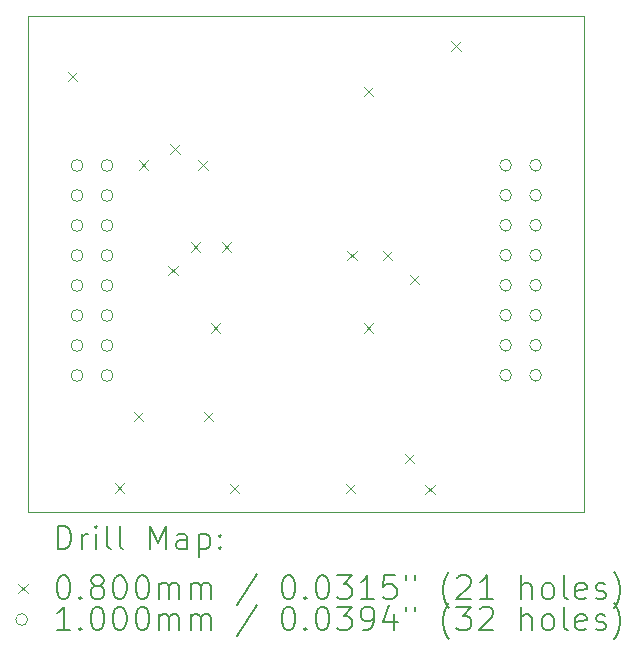
<source format=gbr>
%FSLAX45Y45*%
G04 Gerber Fmt 4.5, Leading zero omitted, Abs format (unit mm)*
G04 Created by KiCad (PCBNEW (6.0.6)) date 2023-08-29 14:37:22*
%MOMM*%
%LPD*%
G01*
G04 APERTURE LIST*
%TA.AperFunction,Profile*%
%ADD10C,0.100000*%
%TD*%
%ADD11C,0.200000*%
%ADD12C,0.080000*%
%ADD13C,0.100000*%
G04 APERTURE END LIST*
D10*
X9237500Y-2285000D02*
X13942500Y-2285000D01*
X13942500Y-2285000D02*
X13942500Y-6485000D01*
X13942500Y-6485000D02*
X9237500Y-6485000D01*
X9237500Y-6485000D02*
X9237500Y-2285000D01*
D11*
D12*
X9575000Y-2755000D02*
X9655000Y-2835000D01*
X9655000Y-2755000D02*
X9575000Y-2835000D01*
X9969000Y-6241000D02*
X10049000Y-6321000D01*
X10049000Y-6241000D02*
X9969000Y-6321000D01*
X10130000Y-5635000D02*
X10210000Y-5715000D01*
X10210000Y-5635000D02*
X10130000Y-5715000D01*
X10175000Y-3505000D02*
X10255000Y-3585000D01*
X10255000Y-3505000D02*
X10175000Y-3585000D01*
X10424000Y-4400000D02*
X10504000Y-4480000D01*
X10504000Y-4400000D02*
X10424000Y-4480000D01*
X10440000Y-3370000D02*
X10520000Y-3450000D01*
X10520000Y-3370000D02*
X10440000Y-3450000D01*
X10615000Y-4200000D02*
X10695000Y-4280000D01*
X10695000Y-4200000D02*
X10615000Y-4280000D01*
X10676000Y-3504000D02*
X10756000Y-3584000D01*
X10756000Y-3504000D02*
X10676000Y-3584000D01*
X10726000Y-5634000D02*
X10806000Y-5714000D01*
X10806000Y-5634000D02*
X10726000Y-5714000D01*
X10785000Y-4885000D02*
X10865000Y-4965000D01*
X10865000Y-4885000D02*
X10785000Y-4965000D01*
X10875000Y-4199000D02*
X10955000Y-4279000D01*
X10955000Y-4199000D02*
X10875000Y-4279000D01*
X10946000Y-6246000D02*
X11026000Y-6326000D01*
X11026000Y-6246000D02*
X10946000Y-6326000D01*
X11926000Y-6246000D02*
X12006000Y-6326000D01*
X12006000Y-6246000D02*
X11926000Y-6326000D01*
X11941000Y-4273000D02*
X12021000Y-4353000D01*
X12021000Y-4273000D02*
X11941000Y-4353000D01*
X12080000Y-2885000D02*
X12160000Y-2965000D01*
X12160000Y-2885000D02*
X12080000Y-2965000D01*
X12080000Y-4885000D02*
X12160000Y-4965000D01*
X12160000Y-4885000D02*
X12080000Y-4965000D01*
X12241000Y-4273000D02*
X12321000Y-4353000D01*
X12321000Y-4273000D02*
X12241000Y-4353000D01*
X12427000Y-5991000D02*
X12507000Y-6071000D01*
X12507000Y-5991000D02*
X12427000Y-6071000D01*
X12468000Y-4474000D02*
X12548000Y-4554000D01*
X12548000Y-4474000D02*
X12468000Y-4554000D01*
X12598000Y-6253000D02*
X12678000Y-6333000D01*
X12678000Y-6253000D02*
X12598000Y-6333000D01*
X12820000Y-2498000D02*
X12900000Y-2578000D01*
X12900000Y-2498000D02*
X12820000Y-2578000D01*
D13*
X9701000Y-3549500D02*
G75*
G03*
X9701000Y-3549500I-50000J0D01*
G01*
X9701000Y-3803500D02*
G75*
G03*
X9701000Y-3803500I-50000J0D01*
G01*
X9701000Y-4057500D02*
G75*
G03*
X9701000Y-4057500I-50000J0D01*
G01*
X9701000Y-4311500D02*
G75*
G03*
X9701000Y-4311500I-50000J0D01*
G01*
X9701000Y-4565500D02*
G75*
G03*
X9701000Y-4565500I-50000J0D01*
G01*
X9701000Y-4819500D02*
G75*
G03*
X9701000Y-4819500I-50000J0D01*
G01*
X9701000Y-5073500D02*
G75*
G03*
X9701000Y-5073500I-50000J0D01*
G01*
X9701000Y-5327500D02*
G75*
G03*
X9701000Y-5327500I-50000J0D01*
G01*
X9955000Y-3549500D02*
G75*
G03*
X9955000Y-3549500I-50000J0D01*
G01*
X9955000Y-3803500D02*
G75*
G03*
X9955000Y-3803500I-50000J0D01*
G01*
X9955000Y-4057500D02*
G75*
G03*
X9955000Y-4057500I-50000J0D01*
G01*
X9955000Y-4311500D02*
G75*
G03*
X9955000Y-4311500I-50000J0D01*
G01*
X9955000Y-4565500D02*
G75*
G03*
X9955000Y-4565500I-50000J0D01*
G01*
X9955000Y-4819500D02*
G75*
G03*
X9955000Y-4819500I-50000J0D01*
G01*
X9955000Y-5073500D02*
G75*
G03*
X9955000Y-5073500I-50000J0D01*
G01*
X9955000Y-5327500D02*
G75*
G03*
X9955000Y-5327500I-50000J0D01*
G01*
X13330000Y-3547500D02*
G75*
G03*
X13330000Y-3547500I-50000J0D01*
G01*
X13330000Y-3801500D02*
G75*
G03*
X13330000Y-3801500I-50000J0D01*
G01*
X13330000Y-4055500D02*
G75*
G03*
X13330000Y-4055500I-50000J0D01*
G01*
X13330000Y-4309500D02*
G75*
G03*
X13330000Y-4309500I-50000J0D01*
G01*
X13330000Y-4563500D02*
G75*
G03*
X13330000Y-4563500I-50000J0D01*
G01*
X13330000Y-4817500D02*
G75*
G03*
X13330000Y-4817500I-50000J0D01*
G01*
X13330000Y-5071500D02*
G75*
G03*
X13330000Y-5071500I-50000J0D01*
G01*
X13330000Y-5325500D02*
G75*
G03*
X13330000Y-5325500I-50000J0D01*
G01*
X13584000Y-3547500D02*
G75*
G03*
X13584000Y-3547500I-50000J0D01*
G01*
X13584000Y-3801500D02*
G75*
G03*
X13584000Y-3801500I-50000J0D01*
G01*
X13584000Y-4055500D02*
G75*
G03*
X13584000Y-4055500I-50000J0D01*
G01*
X13584000Y-4309500D02*
G75*
G03*
X13584000Y-4309500I-50000J0D01*
G01*
X13584000Y-4563500D02*
G75*
G03*
X13584000Y-4563500I-50000J0D01*
G01*
X13584000Y-4817500D02*
G75*
G03*
X13584000Y-4817500I-50000J0D01*
G01*
X13584000Y-5071500D02*
G75*
G03*
X13584000Y-5071500I-50000J0D01*
G01*
X13584000Y-5325500D02*
G75*
G03*
X13584000Y-5325500I-50000J0D01*
G01*
D11*
X9490119Y-6800476D02*
X9490119Y-6600476D01*
X9537738Y-6600476D01*
X9566310Y-6610000D01*
X9585357Y-6629048D01*
X9594881Y-6648095D01*
X9604405Y-6686190D01*
X9604405Y-6714762D01*
X9594881Y-6752857D01*
X9585357Y-6771905D01*
X9566310Y-6790952D01*
X9537738Y-6800476D01*
X9490119Y-6800476D01*
X9690119Y-6800476D02*
X9690119Y-6667143D01*
X9690119Y-6705238D02*
X9699643Y-6686190D01*
X9709167Y-6676667D01*
X9728214Y-6667143D01*
X9747262Y-6667143D01*
X9813929Y-6800476D02*
X9813929Y-6667143D01*
X9813929Y-6600476D02*
X9804405Y-6610000D01*
X9813929Y-6619524D01*
X9823452Y-6610000D01*
X9813929Y-6600476D01*
X9813929Y-6619524D01*
X9937738Y-6800476D02*
X9918690Y-6790952D01*
X9909167Y-6771905D01*
X9909167Y-6600476D01*
X10042500Y-6800476D02*
X10023452Y-6790952D01*
X10013929Y-6771905D01*
X10013929Y-6600476D01*
X10271071Y-6800476D02*
X10271071Y-6600476D01*
X10337738Y-6743333D01*
X10404405Y-6600476D01*
X10404405Y-6800476D01*
X10585357Y-6800476D02*
X10585357Y-6695714D01*
X10575833Y-6676667D01*
X10556786Y-6667143D01*
X10518690Y-6667143D01*
X10499643Y-6676667D01*
X10585357Y-6790952D02*
X10566310Y-6800476D01*
X10518690Y-6800476D01*
X10499643Y-6790952D01*
X10490119Y-6771905D01*
X10490119Y-6752857D01*
X10499643Y-6733809D01*
X10518690Y-6724286D01*
X10566310Y-6724286D01*
X10585357Y-6714762D01*
X10680595Y-6667143D02*
X10680595Y-6867143D01*
X10680595Y-6676667D02*
X10699643Y-6667143D01*
X10737738Y-6667143D01*
X10756786Y-6676667D01*
X10766310Y-6686190D01*
X10775833Y-6705238D01*
X10775833Y-6762381D01*
X10766310Y-6781428D01*
X10756786Y-6790952D01*
X10737738Y-6800476D01*
X10699643Y-6800476D01*
X10680595Y-6790952D01*
X10861548Y-6781428D02*
X10871071Y-6790952D01*
X10861548Y-6800476D01*
X10852024Y-6790952D01*
X10861548Y-6781428D01*
X10861548Y-6800476D01*
X10861548Y-6676667D02*
X10871071Y-6686190D01*
X10861548Y-6695714D01*
X10852024Y-6686190D01*
X10861548Y-6676667D01*
X10861548Y-6695714D01*
D12*
X9152500Y-7090000D02*
X9232500Y-7170000D01*
X9232500Y-7090000D02*
X9152500Y-7170000D01*
D11*
X9528214Y-7020476D02*
X9547262Y-7020476D01*
X9566310Y-7030000D01*
X9575833Y-7039524D01*
X9585357Y-7058571D01*
X9594881Y-7096667D01*
X9594881Y-7144286D01*
X9585357Y-7182381D01*
X9575833Y-7201428D01*
X9566310Y-7210952D01*
X9547262Y-7220476D01*
X9528214Y-7220476D01*
X9509167Y-7210952D01*
X9499643Y-7201428D01*
X9490119Y-7182381D01*
X9480595Y-7144286D01*
X9480595Y-7096667D01*
X9490119Y-7058571D01*
X9499643Y-7039524D01*
X9509167Y-7030000D01*
X9528214Y-7020476D01*
X9680595Y-7201428D02*
X9690119Y-7210952D01*
X9680595Y-7220476D01*
X9671071Y-7210952D01*
X9680595Y-7201428D01*
X9680595Y-7220476D01*
X9804405Y-7106190D02*
X9785357Y-7096667D01*
X9775833Y-7087143D01*
X9766310Y-7068095D01*
X9766310Y-7058571D01*
X9775833Y-7039524D01*
X9785357Y-7030000D01*
X9804405Y-7020476D01*
X9842500Y-7020476D01*
X9861548Y-7030000D01*
X9871071Y-7039524D01*
X9880595Y-7058571D01*
X9880595Y-7068095D01*
X9871071Y-7087143D01*
X9861548Y-7096667D01*
X9842500Y-7106190D01*
X9804405Y-7106190D01*
X9785357Y-7115714D01*
X9775833Y-7125238D01*
X9766310Y-7144286D01*
X9766310Y-7182381D01*
X9775833Y-7201428D01*
X9785357Y-7210952D01*
X9804405Y-7220476D01*
X9842500Y-7220476D01*
X9861548Y-7210952D01*
X9871071Y-7201428D01*
X9880595Y-7182381D01*
X9880595Y-7144286D01*
X9871071Y-7125238D01*
X9861548Y-7115714D01*
X9842500Y-7106190D01*
X10004405Y-7020476D02*
X10023452Y-7020476D01*
X10042500Y-7030000D01*
X10052024Y-7039524D01*
X10061548Y-7058571D01*
X10071071Y-7096667D01*
X10071071Y-7144286D01*
X10061548Y-7182381D01*
X10052024Y-7201428D01*
X10042500Y-7210952D01*
X10023452Y-7220476D01*
X10004405Y-7220476D01*
X9985357Y-7210952D01*
X9975833Y-7201428D01*
X9966310Y-7182381D01*
X9956786Y-7144286D01*
X9956786Y-7096667D01*
X9966310Y-7058571D01*
X9975833Y-7039524D01*
X9985357Y-7030000D01*
X10004405Y-7020476D01*
X10194881Y-7020476D02*
X10213929Y-7020476D01*
X10232976Y-7030000D01*
X10242500Y-7039524D01*
X10252024Y-7058571D01*
X10261548Y-7096667D01*
X10261548Y-7144286D01*
X10252024Y-7182381D01*
X10242500Y-7201428D01*
X10232976Y-7210952D01*
X10213929Y-7220476D01*
X10194881Y-7220476D01*
X10175833Y-7210952D01*
X10166310Y-7201428D01*
X10156786Y-7182381D01*
X10147262Y-7144286D01*
X10147262Y-7096667D01*
X10156786Y-7058571D01*
X10166310Y-7039524D01*
X10175833Y-7030000D01*
X10194881Y-7020476D01*
X10347262Y-7220476D02*
X10347262Y-7087143D01*
X10347262Y-7106190D02*
X10356786Y-7096667D01*
X10375833Y-7087143D01*
X10404405Y-7087143D01*
X10423452Y-7096667D01*
X10432976Y-7115714D01*
X10432976Y-7220476D01*
X10432976Y-7115714D02*
X10442500Y-7096667D01*
X10461548Y-7087143D01*
X10490119Y-7087143D01*
X10509167Y-7096667D01*
X10518690Y-7115714D01*
X10518690Y-7220476D01*
X10613929Y-7220476D02*
X10613929Y-7087143D01*
X10613929Y-7106190D02*
X10623452Y-7096667D01*
X10642500Y-7087143D01*
X10671071Y-7087143D01*
X10690119Y-7096667D01*
X10699643Y-7115714D01*
X10699643Y-7220476D01*
X10699643Y-7115714D02*
X10709167Y-7096667D01*
X10728214Y-7087143D01*
X10756786Y-7087143D01*
X10775833Y-7096667D01*
X10785357Y-7115714D01*
X10785357Y-7220476D01*
X11175833Y-7010952D02*
X11004405Y-7268095D01*
X11432976Y-7020476D02*
X11452024Y-7020476D01*
X11471071Y-7030000D01*
X11480595Y-7039524D01*
X11490119Y-7058571D01*
X11499643Y-7096667D01*
X11499643Y-7144286D01*
X11490119Y-7182381D01*
X11480595Y-7201428D01*
X11471071Y-7210952D01*
X11452024Y-7220476D01*
X11432976Y-7220476D01*
X11413928Y-7210952D01*
X11404405Y-7201428D01*
X11394881Y-7182381D01*
X11385357Y-7144286D01*
X11385357Y-7096667D01*
X11394881Y-7058571D01*
X11404405Y-7039524D01*
X11413928Y-7030000D01*
X11432976Y-7020476D01*
X11585357Y-7201428D02*
X11594881Y-7210952D01*
X11585357Y-7220476D01*
X11575833Y-7210952D01*
X11585357Y-7201428D01*
X11585357Y-7220476D01*
X11718690Y-7020476D02*
X11737738Y-7020476D01*
X11756786Y-7030000D01*
X11766309Y-7039524D01*
X11775833Y-7058571D01*
X11785357Y-7096667D01*
X11785357Y-7144286D01*
X11775833Y-7182381D01*
X11766309Y-7201428D01*
X11756786Y-7210952D01*
X11737738Y-7220476D01*
X11718690Y-7220476D01*
X11699643Y-7210952D01*
X11690119Y-7201428D01*
X11680595Y-7182381D01*
X11671071Y-7144286D01*
X11671071Y-7096667D01*
X11680595Y-7058571D01*
X11690119Y-7039524D01*
X11699643Y-7030000D01*
X11718690Y-7020476D01*
X11852024Y-7020476D02*
X11975833Y-7020476D01*
X11909167Y-7096667D01*
X11937738Y-7096667D01*
X11956786Y-7106190D01*
X11966309Y-7115714D01*
X11975833Y-7134762D01*
X11975833Y-7182381D01*
X11966309Y-7201428D01*
X11956786Y-7210952D01*
X11937738Y-7220476D01*
X11880595Y-7220476D01*
X11861548Y-7210952D01*
X11852024Y-7201428D01*
X12166309Y-7220476D02*
X12052024Y-7220476D01*
X12109167Y-7220476D02*
X12109167Y-7020476D01*
X12090119Y-7049048D01*
X12071071Y-7068095D01*
X12052024Y-7077619D01*
X12347262Y-7020476D02*
X12252024Y-7020476D01*
X12242500Y-7115714D01*
X12252024Y-7106190D01*
X12271071Y-7096667D01*
X12318690Y-7096667D01*
X12337738Y-7106190D01*
X12347262Y-7115714D01*
X12356786Y-7134762D01*
X12356786Y-7182381D01*
X12347262Y-7201428D01*
X12337738Y-7210952D01*
X12318690Y-7220476D01*
X12271071Y-7220476D01*
X12252024Y-7210952D01*
X12242500Y-7201428D01*
X12432976Y-7020476D02*
X12432976Y-7058571D01*
X12509167Y-7020476D02*
X12509167Y-7058571D01*
X12804405Y-7296667D02*
X12794881Y-7287143D01*
X12775833Y-7258571D01*
X12766309Y-7239524D01*
X12756786Y-7210952D01*
X12747262Y-7163333D01*
X12747262Y-7125238D01*
X12756786Y-7077619D01*
X12766309Y-7049048D01*
X12775833Y-7030000D01*
X12794881Y-7001428D01*
X12804405Y-6991905D01*
X12871071Y-7039524D02*
X12880595Y-7030000D01*
X12899643Y-7020476D01*
X12947262Y-7020476D01*
X12966309Y-7030000D01*
X12975833Y-7039524D01*
X12985357Y-7058571D01*
X12985357Y-7077619D01*
X12975833Y-7106190D01*
X12861548Y-7220476D01*
X12985357Y-7220476D01*
X13175833Y-7220476D02*
X13061548Y-7220476D01*
X13118690Y-7220476D02*
X13118690Y-7020476D01*
X13099643Y-7049048D01*
X13080595Y-7068095D01*
X13061548Y-7077619D01*
X13413928Y-7220476D02*
X13413928Y-7020476D01*
X13499643Y-7220476D02*
X13499643Y-7115714D01*
X13490119Y-7096667D01*
X13471071Y-7087143D01*
X13442500Y-7087143D01*
X13423452Y-7096667D01*
X13413928Y-7106190D01*
X13623452Y-7220476D02*
X13604405Y-7210952D01*
X13594881Y-7201428D01*
X13585357Y-7182381D01*
X13585357Y-7125238D01*
X13594881Y-7106190D01*
X13604405Y-7096667D01*
X13623452Y-7087143D01*
X13652024Y-7087143D01*
X13671071Y-7096667D01*
X13680595Y-7106190D01*
X13690119Y-7125238D01*
X13690119Y-7182381D01*
X13680595Y-7201428D01*
X13671071Y-7210952D01*
X13652024Y-7220476D01*
X13623452Y-7220476D01*
X13804405Y-7220476D02*
X13785357Y-7210952D01*
X13775833Y-7191905D01*
X13775833Y-7020476D01*
X13956786Y-7210952D02*
X13937738Y-7220476D01*
X13899643Y-7220476D01*
X13880595Y-7210952D01*
X13871071Y-7191905D01*
X13871071Y-7115714D01*
X13880595Y-7096667D01*
X13899643Y-7087143D01*
X13937738Y-7087143D01*
X13956786Y-7096667D01*
X13966309Y-7115714D01*
X13966309Y-7134762D01*
X13871071Y-7153809D01*
X14042500Y-7210952D02*
X14061548Y-7220476D01*
X14099643Y-7220476D01*
X14118690Y-7210952D01*
X14128214Y-7191905D01*
X14128214Y-7182381D01*
X14118690Y-7163333D01*
X14099643Y-7153809D01*
X14071071Y-7153809D01*
X14052024Y-7144286D01*
X14042500Y-7125238D01*
X14042500Y-7115714D01*
X14052024Y-7096667D01*
X14071071Y-7087143D01*
X14099643Y-7087143D01*
X14118690Y-7096667D01*
X14194881Y-7296667D02*
X14204405Y-7287143D01*
X14223452Y-7258571D01*
X14232976Y-7239524D01*
X14242500Y-7210952D01*
X14252024Y-7163333D01*
X14252024Y-7125238D01*
X14242500Y-7077619D01*
X14232976Y-7049048D01*
X14223452Y-7030000D01*
X14204405Y-7001428D01*
X14194881Y-6991905D01*
D13*
X9232500Y-7394000D02*
G75*
G03*
X9232500Y-7394000I-50000J0D01*
G01*
D11*
X9594881Y-7484476D02*
X9480595Y-7484476D01*
X9537738Y-7484476D02*
X9537738Y-7284476D01*
X9518690Y-7313048D01*
X9499643Y-7332095D01*
X9480595Y-7341619D01*
X9680595Y-7465428D02*
X9690119Y-7474952D01*
X9680595Y-7484476D01*
X9671071Y-7474952D01*
X9680595Y-7465428D01*
X9680595Y-7484476D01*
X9813929Y-7284476D02*
X9832976Y-7284476D01*
X9852024Y-7294000D01*
X9861548Y-7303524D01*
X9871071Y-7322571D01*
X9880595Y-7360667D01*
X9880595Y-7408286D01*
X9871071Y-7446381D01*
X9861548Y-7465428D01*
X9852024Y-7474952D01*
X9832976Y-7484476D01*
X9813929Y-7484476D01*
X9794881Y-7474952D01*
X9785357Y-7465428D01*
X9775833Y-7446381D01*
X9766310Y-7408286D01*
X9766310Y-7360667D01*
X9775833Y-7322571D01*
X9785357Y-7303524D01*
X9794881Y-7294000D01*
X9813929Y-7284476D01*
X10004405Y-7284476D02*
X10023452Y-7284476D01*
X10042500Y-7294000D01*
X10052024Y-7303524D01*
X10061548Y-7322571D01*
X10071071Y-7360667D01*
X10071071Y-7408286D01*
X10061548Y-7446381D01*
X10052024Y-7465428D01*
X10042500Y-7474952D01*
X10023452Y-7484476D01*
X10004405Y-7484476D01*
X9985357Y-7474952D01*
X9975833Y-7465428D01*
X9966310Y-7446381D01*
X9956786Y-7408286D01*
X9956786Y-7360667D01*
X9966310Y-7322571D01*
X9975833Y-7303524D01*
X9985357Y-7294000D01*
X10004405Y-7284476D01*
X10194881Y-7284476D02*
X10213929Y-7284476D01*
X10232976Y-7294000D01*
X10242500Y-7303524D01*
X10252024Y-7322571D01*
X10261548Y-7360667D01*
X10261548Y-7408286D01*
X10252024Y-7446381D01*
X10242500Y-7465428D01*
X10232976Y-7474952D01*
X10213929Y-7484476D01*
X10194881Y-7484476D01*
X10175833Y-7474952D01*
X10166310Y-7465428D01*
X10156786Y-7446381D01*
X10147262Y-7408286D01*
X10147262Y-7360667D01*
X10156786Y-7322571D01*
X10166310Y-7303524D01*
X10175833Y-7294000D01*
X10194881Y-7284476D01*
X10347262Y-7484476D02*
X10347262Y-7351143D01*
X10347262Y-7370190D02*
X10356786Y-7360667D01*
X10375833Y-7351143D01*
X10404405Y-7351143D01*
X10423452Y-7360667D01*
X10432976Y-7379714D01*
X10432976Y-7484476D01*
X10432976Y-7379714D02*
X10442500Y-7360667D01*
X10461548Y-7351143D01*
X10490119Y-7351143D01*
X10509167Y-7360667D01*
X10518690Y-7379714D01*
X10518690Y-7484476D01*
X10613929Y-7484476D02*
X10613929Y-7351143D01*
X10613929Y-7370190D02*
X10623452Y-7360667D01*
X10642500Y-7351143D01*
X10671071Y-7351143D01*
X10690119Y-7360667D01*
X10699643Y-7379714D01*
X10699643Y-7484476D01*
X10699643Y-7379714D02*
X10709167Y-7360667D01*
X10728214Y-7351143D01*
X10756786Y-7351143D01*
X10775833Y-7360667D01*
X10785357Y-7379714D01*
X10785357Y-7484476D01*
X11175833Y-7274952D02*
X11004405Y-7532095D01*
X11432976Y-7284476D02*
X11452024Y-7284476D01*
X11471071Y-7294000D01*
X11480595Y-7303524D01*
X11490119Y-7322571D01*
X11499643Y-7360667D01*
X11499643Y-7408286D01*
X11490119Y-7446381D01*
X11480595Y-7465428D01*
X11471071Y-7474952D01*
X11452024Y-7484476D01*
X11432976Y-7484476D01*
X11413928Y-7474952D01*
X11404405Y-7465428D01*
X11394881Y-7446381D01*
X11385357Y-7408286D01*
X11385357Y-7360667D01*
X11394881Y-7322571D01*
X11404405Y-7303524D01*
X11413928Y-7294000D01*
X11432976Y-7284476D01*
X11585357Y-7465428D02*
X11594881Y-7474952D01*
X11585357Y-7484476D01*
X11575833Y-7474952D01*
X11585357Y-7465428D01*
X11585357Y-7484476D01*
X11718690Y-7284476D02*
X11737738Y-7284476D01*
X11756786Y-7294000D01*
X11766309Y-7303524D01*
X11775833Y-7322571D01*
X11785357Y-7360667D01*
X11785357Y-7408286D01*
X11775833Y-7446381D01*
X11766309Y-7465428D01*
X11756786Y-7474952D01*
X11737738Y-7484476D01*
X11718690Y-7484476D01*
X11699643Y-7474952D01*
X11690119Y-7465428D01*
X11680595Y-7446381D01*
X11671071Y-7408286D01*
X11671071Y-7360667D01*
X11680595Y-7322571D01*
X11690119Y-7303524D01*
X11699643Y-7294000D01*
X11718690Y-7284476D01*
X11852024Y-7284476D02*
X11975833Y-7284476D01*
X11909167Y-7360667D01*
X11937738Y-7360667D01*
X11956786Y-7370190D01*
X11966309Y-7379714D01*
X11975833Y-7398762D01*
X11975833Y-7446381D01*
X11966309Y-7465428D01*
X11956786Y-7474952D01*
X11937738Y-7484476D01*
X11880595Y-7484476D01*
X11861548Y-7474952D01*
X11852024Y-7465428D01*
X12071071Y-7484476D02*
X12109167Y-7484476D01*
X12128214Y-7474952D01*
X12137738Y-7465428D01*
X12156786Y-7436857D01*
X12166309Y-7398762D01*
X12166309Y-7322571D01*
X12156786Y-7303524D01*
X12147262Y-7294000D01*
X12128214Y-7284476D01*
X12090119Y-7284476D01*
X12071071Y-7294000D01*
X12061548Y-7303524D01*
X12052024Y-7322571D01*
X12052024Y-7370190D01*
X12061548Y-7389238D01*
X12071071Y-7398762D01*
X12090119Y-7408286D01*
X12128214Y-7408286D01*
X12147262Y-7398762D01*
X12156786Y-7389238D01*
X12166309Y-7370190D01*
X12337738Y-7351143D02*
X12337738Y-7484476D01*
X12290119Y-7274952D02*
X12242500Y-7417809D01*
X12366309Y-7417809D01*
X12432976Y-7284476D02*
X12432976Y-7322571D01*
X12509167Y-7284476D02*
X12509167Y-7322571D01*
X12804405Y-7560667D02*
X12794881Y-7551143D01*
X12775833Y-7522571D01*
X12766309Y-7503524D01*
X12756786Y-7474952D01*
X12747262Y-7427333D01*
X12747262Y-7389238D01*
X12756786Y-7341619D01*
X12766309Y-7313048D01*
X12775833Y-7294000D01*
X12794881Y-7265428D01*
X12804405Y-7255905D01*
X12861548Y-7284476D02*
X12985357Y-7284476D01*
X12918690Y-7360667D01*
X12947262Y-7360667D01*
X12966309Y-7370190D01*
X12975833Y-7379714D01*
X12985357Y-7398762D01*
X12985357Y-7446381D01*
X12975833Y-7465428D01*
X12966309Y-7474952D01*
X12947262Y-7484476D01*
X12890119Y-7484476D01*
X12871071Y-7474952D01*
X12861548Y-7465428D01*
X13061548Y-7303524D02*
X13071071Y-7294000D01*
X13090119Y-7284476D01*
X13137738Y-7284476D01*
X13156786Y-7294000D01*
X13166309Y-7303524D01*
X13175833Y-7322571D01*
X13175833Y-7341619D01*
X13166309Y-7370190D01*
X13052024Y-7484476D01*
X13175833Y-7484476D01*
X13413928Y-7484476D02*
X13413928Y-7284476D01*
X13499643Y-7484476D02*
X13499643Y-7379714D01*
X13490119Y-7360667D01*
X13471071Y-7351143D01*
X13442500Y-7351143D01*
X13423452Y-7360667D01*
X13413928Y-7370190D01*
X13623452Y-7484476D02*
X13604405Y-7474952D01*
X13594881Y-7465428D01*
X13585357Y-7446381D01*
X13585357Y-7389238D01*
X13594881Y-7370190D01*
X13604405Y-7360667D01*
X13623452Y-7351143D01*
X13652024Y-7351143D01*
X13671071Y-7360667D01*
X13680595Y-7370190D01*
X13690119Y-7389238D01*
X13690119Y-7446381D01*
X13680595Y-7465428D01*
X13671071Y-7474952D01*
X13652024Y-7484476D01*
X13623452Y-7484476D01*
X13804405Y-7484476D02*
X13785357Y-7474952D01*
X13775833Y-7455905D01*
X13775833Y-7284476D01*
X13956786Y-7474952D02*
X13937738Y-7484476D01*
X13899643Y-7484476D01*
X13880595Y-7474952D01*
X13871071Y-7455905D01*
X13871071Y-7379714D01*
X13880595Y-7360667D01*
X13899643Y-7351143D01*
X13937738Y-7351143D01*
X13956786Y-7360667D01*
X13966309Y-7379714D01*
X13966309Y-7398762D01*
X13871071Y-7417809D01*
X14042500Y-7474952D02*
X14061548Y-7484476D01*
X14099643Y-7484476D01*
X14118690Y-7474952D01*
X14128214Y-7455905D01*
X14128214Y-7446381D01*
X14118690Y-7427333D01*
X14099643Y-7417809D01*
X14071071Y-7417809D01*
X14052024Y-7408286D01*
X14042500Y-7389238D01*
X14042500Y-7379714D01*
X14052024Y-7360667D01*
X14071071Y-7351143D01*
X14099643Y-7351143D01*
X14118690Y-7360667D01*
X14194881Y-7560667D02*
X14204405Y-7551143D01*
X14223452Y-7522571D01*
X14232976Y-7503524D01*
X14242500Y-7474952D01*
X14252024Y-7427333D01*
X14252024Y-7389238D01*
X14242500Y-7341619D01*
X14232976Y-7313048D01*
X14223452Y-7294000D01*
X14204405Y-7265428D01*
X14194881Y-7255905D01*
M02*

</source>
